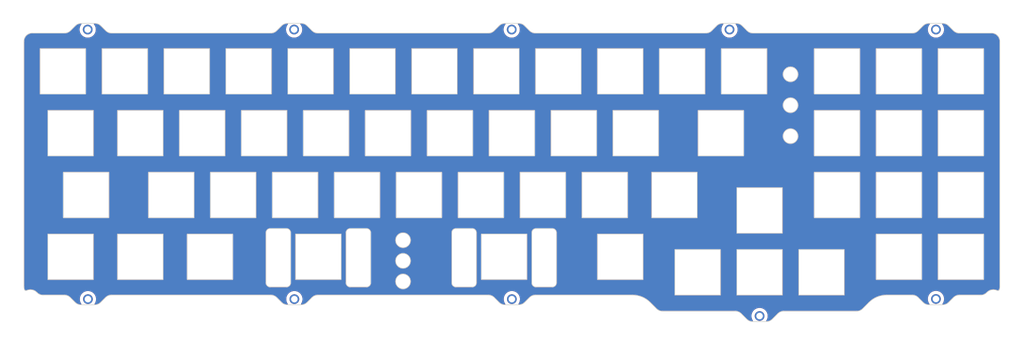
<source format=kicad_pcb>
(kicad_pcb (version 20221018) (generator pcbnew)
  (layers (0 "F.Cu" signal) (31 "B.Cu" signal) (34 "B.Paste" user) (35 "F.Paste" user) (36 "B.SilkS" user "B.Silkscreen") (37 "F.SilkS" user "F.Silkscreen") (38 "B.Mask" user) (39 "F.Mask" user) (44 "Edge.Cuts" user))
  (net 0 "")
  (gr_line (start 467.07951 217.883382) (end 467.07951 142.250058) (stroke (width 0.2)) (layer "Edge.Cuts"))
  (gr_line (start 193.789489 220.423382) (end 242.84279 220.423382) (stroke (width 0.2)) (layer "Edge.Cuts"))
  (gr_curve (pts (xy 188.73904 136.713806) (xy 189.41269 136.713806) (xy 190.05875 136.981412) (xy 190.535092 137.457756)) (stroke (width 0.2)) (layer "Edge.Cuts"))
  (gr_curve (pts (xy 184.493244 136.713806) (xy 184.493244 136.713806) (xy 188.73904 136.713806) (xy 188.73904 136.713806)) (stroke (width 0.2)) (layer "Edge.Cuts"))
  (gr_curve (pts (xy 182.697195 137.457756) (xy 183.173536 136.981413) (xy 183.819595 136.713806) (xy 184.493244 136.713806)) (stroke (width 0.2)) (layer "Edge.Cuts"))
  (gr_curve (pts (xy 179.39279 139.710058) (xy 180.066439 139.710058) (xy 180.712498 139.442451) (xy 181.188839 138.966108)) (stroke (width 0.2)) (layer "Edge.Cuts"))
  (gr_line (start 181.188839 138.966108) (end 182.697195 137.457756) (stroke (width 0.2)) (layer "Edge.Cuts"))
  (gr_curve (pts (xy 192.059553 138.971458) (xy 192.535452 139.444527) (xy 193.179214 139.710058) (xy 193.850239 139.710058)) (stroke (width 0.2)) (layer "Edge.Cuts"))
  (gr_curve (pts (xy 190.535092 137.457756) (xy 190.535092 137.457756) (xy 192.059553 138.971458) (xy 192.059553 138.971458)) (stroke (width 0.2)) (layer "Edge.Cuts"))
  (gr_line (start 400.179438 201.35375) (end 400.179438 187.353772) (stroke (width 0.2)) (layer "Edge.Cuts"))
  (gr_curve (pts (xy 181.138834 221.167311) (xy 180.66249 220.690977) (xy 180.016434 220.423379) (xy 179.34279 220.423382)) (stroke (width 0.2)) (layer "Edge.Cuts"))
  (gr_line (start 257.304084 196.590906) (end 257.304084 182.590558) (stroke (width 0.2)) (layer "Edge.Cuts"))
  (gr_line (start 352.554438 182.590558) (end 338.554099 182.590558) (stroke (width 0.2)) (layer "Edge.Cuts"))
  (gr_curve (pts (xy 403.833276 150.437531) (xy 403.125985 150.029177) (xy 402.254567 150.029177) (xy 401.547276 150.437531)) (stroke (width 0.2)) (layer "Edge.Cuts"))
  (gr_line (start 300.16729 158.490903) (end 300.16729 144.490915) (stroke (width 0.2)) (layer "Edge.Cuts"))
  (gr_line (start 314.454084 196.590906) (end 314.454084 182.590558) (stroke (width 0.2)) (layer "Edge.Cuts"))
  (gr_line (start 300.454099 196.590906) (end 314.454084 196.590906) (stroke (width 0.2)) (layer "Edge.Cuts"))
  (gr_line (start 214.729091 163.540915) (end 214.729091 177.540906) (stroke (width 0.2)) (layer "Edge.Cuts"))
  (gr_line (start 448.092305 196.590906) (end 462.09229 196.590906) (stroke (width 0.2)) (layer "Edge.Cuts"))
  (gr_line (start 429.042305 215.640906) (end 443.04229 215.640906) (stroke (width 0.2)) (layer "Edge.Cuts"))
  (gr_line (start 307.594898 201.629551) (end 307.594898 206.32961) (stroke (width 0.2)) (layer "Edge.Cuts"))
  (gr_line (start 188.248188 177.540906) (end 188.248188 163.540915) (stroke (width 0.2)) (layer "Edge.Cuts"))
  (gr_curve (pts (xy 266.346872 217.544692) (xy 266.108701 217.306521) (xy 265.974898 216.983491) (xy 265.974898 216.646666)) (stroke (width 0.2)) (layer "Edge.Cuts"))
  (gr_line (start 367.129099 220.40375) (end 381.129438 220.40375) (stroke (width 0.2)) (layer "Edge.Cuts"))
  (gr_line (start 462.09229 158.490903) (end 462.09229 144.490915) (stroke (width 0.2)) (layer "Edge.Cuts"))
  (gr_line (start 448.092305 177.540906) (end 462.09229 177.540906) (stroke (width 0.2)) (layer "Edge.Cuts"))
  (gr_line (start 320.899286 137.457756) (end 322.407641 138.966108) (stroke (width 0.2)) (layer "Edge.Cuts"))
  (gr_line (start 319.216938 144.490915) (end 305.21695 144.490915) (stroke (width 0.2)) (layer "Edge.Cuts"))
  (gr_line (start 193.850239 139.710058) (end 242.84279 139.710058) (stroke (width 0.2)) (layer "Edge.Cuts"))
  (gr_line (start 409.992305 163.540915) (end 409.992305 177.540906) (stroke (width 0.2)) (layer "Edge.Cuts"))
  (gr_curve (pts (xy 401.547276 169.487531) (xy 400.839985 169.895886) (xy 400.404276 170.650556) (xy 400.404276 171.467266)) (stroke (width 0.2)) (layer "Edge.Cuts"))
  (gr_line (start 247.654793 217.916666) (end 242.619598 217.916666) (stroke (width 0.2)) (layer "Edge.Cuts"))
  (gr_line (start 429.042305 196.590906) (end 443.04229 196.590906) (stroke (width 0.2)) (layer "Edge.Cuts"))
  (gr_line (start 255.493445 221.167311) (end 253.985092 222.675674) (stroke (width 0.2)) (layer "Edge.Cuts"))
  (gr_curve (pts (xy 403.833276 159.962531) (xy 403.125985 159.554177) (xy 402.254567 159.554177) (xy 401.547276 159.962531)) (stroke (width 0.2)) (layer "Edge.Cuts"))
  (gr_curve (pts (xy 313.061389 137.457756) (xy 313.537731 136.981412) (xy 314.183791 136.713806) (xy 314.857441 136.713806)) (stroke (width 0.2)) (layer "Edge.Cuts"))
  (gr_line (start 429.042305 182.590558) (end 429.042305 196.590906) (stroke (width 0.2)) (layer "Edge.Cuts"))
  (gr_line (start 381.417305 158.490903) (end 395.41729 158.490903) (stroke (width 0.2)) (layer "Edge.Cuts"))
  (gr_line (start 404.976276 171.467266) (end 404.976276 171.467266) (stroke (width 0.2)) (layer "Edge.Cuts"))
  (gr_line (start 419.229438 220.40375) (end 419.229438 206.403772) (stroke (width 0.2)) (layer "Edge.Cuts"))
  (gr_curve (pts (xy 379.975561 137.457756) (xy 380.451903 136.981413) (xy 381.097962 136.713806) (xy 381.771611 136.713806)) (stroke (width 0.2)) (layer "Edge.Cuts"))
  (gr_curve (pts (xy 167.717262 219.017359) (xy 167.587313 219.077524) (xy 167.438006 219.080047) (xy 167.306097 219.024308)) (stroke (width 0.2)) (layer "Edge.Cuts"))
  (gr_line (start 348.079099 163.540915) (end 348.079099 177.540906) (stroke (width 0.2)) (layer "Edge.Cuts"))
  (gr_curve (pts (xy 451.313459 137.457756) (xy 451.313459 137.457756) (xy 452.821811 138.966108) (xy 452.821811 138.966108)) (stroke (width 0.2)) (layer "Edge.Cuts"))
  (gr_line (start 321.594886 201.629551) (end 307.594898 201.629551) (stroke (width 0.2)) (layer "Edge.Cuts"))
  (gr_line (start 193.010344 196.590906) (end 193.010344 182.590558) (stroke (width 0.2)) (layer "Edge.Cuts"))
  (gr_line (start 242.619598 199.925) (end 247.654793 199.925) (stroke (width 0.2)) (layer "Edge.Cuts"))
  (gr_curve (pts (xy 273.177767 217.544692) (xy 272.939596 217.782863) (xy 272.616566 217.916666) (xy 272.279741 217.916666)) (stroke (width 0.2)) (layer "Edge.Cuts"))
  (gr_curve (pts (xy 285.792097 216.224709) (xy 285.792097 215.408) (xy 285.356388 214.653329) (xy 284.649097 214.244975)) (stroke (width 0.2)) (layer "Edge.Cuts"))
  (gr_line (start 314.857441 136.713806) (end 319.103236 136.713806) (stroke (width 0.2)) (layer "Edge.Cuts"))
  (gr_line (start 359.984997 182.590558) (end 359.984997 196.590906) (stroke (width 0.2)) (layer "Edge.Cuts"))
  (gr_curve (pts (xy 452.821811 138.966108) (xy 453.298154 139.442451) (xy 453.944213 139.710058) (xy 454.617864 139.710058)) (stroke (width 0.2)) (layer "Edge.Cuts"))
  (gr_line (start 191.993445 221.167311) (end 190.485082 222.675674) (stroke (width 0.2)) (layer "Edge.Cuts"))
  (gr_curve (pts (xy 247.654793 199.925) (xy 247.991618 199.925) (xy 248.314647 200.058803) (xy 248.552819 200.296974)) (stroke (width 0.2)) (layer "Edge.Cuts"))
  (gr_line (start 462.09229 182.590558) (end 448.092305 182.590558) (stroke (width 0.2)) (layer "Edge.Cuts"))
  (gr_line (start 374.2732 177.540906) (end 388.273188 177.540906) (stroke (width 0.2)) (layer "Edge.Cuts"))
  (gr_line (start 388.273188 177.540906) (end 388.273188 163.540915) (stroke (width 0.2)) (layer "Edge.Cuts"))
  (gr_curve (pts (xy 404.976276 171.467266) (xy 404.976276 170.650556) (xy 404.540567 169.895886) (xy 403.833276 169.487531)) (stroke (width 0.2)) (layer "Edge.Cuts"))
  (gr_line (start 209.966961 158.490903) (end 223.966938 158.490903) (stroke (width 0.2)) (layer "Edge.Cuts"))
  (gr_line (start 262.354099 182.590558) (end 262.354099 196.590906) (stroke (width 0.2)) (layer "Edge.Cuts"))
  (gr_curve (pts (xy 401.547276 173.447) (xy 402.254567 173.855354) (xy 403.125985 173.855354) (xy 403.833276 173.447)) (stroke (width 0.2)) (layer "Edge.Cuts"))
  (gr_line (start 389.236954 227.849469) (end 387.521258 226.133778) (stroke (width 0.2)) (layer "Edge.Cuts"))
  (gr_line (start 262.354099 196.590906) (end 276.354084 196.590906) (stroke (width 0.2)) (layer "Edge.Cuts"))
  (gr_curve (pts (xy 273.177767 200.296974) (xy 273.415938 200.535145) (xy 273.549741 200.858175) (xy 273.549741 201.195)) (stroke (width 0.2)) (layer "Edge.Cuts"))
  (gr_line (start 400.179438 187.353772) (end 386.179099 187.353772) (stroke (width 0.2)) (layer "Edge.Cuts"))
  (gr_curve (pts (xy 244.638839 221.167311) (xy 244.162494 220.690976) (xy 243.516436 220.423377) (xy 242.84279 220.423382)) (stroke (width 0.2)) (layer "Edge.Cuts"))
  (gr_line (start 461.220665 220.423382) (end 454.617864 220.423382) (stroke (width 0.2)) (layer "Edge.Cuts"))
  (gr_line (start 381.129438 220.40375) (end 381.129438 206.403772) (stroke (width 0.2)) (layer "Edge.Cuts"))
  (gr_curve (pts (xy 323.119802 201.195) (xy 323.119802 200.858175) (xy 323.253605 200.535145) (xy 323.491776 200.296974)) (stroke (width 0.2)) (layer "Edge.Cuts"))
  (gr_line (start 188.248188 163.540915) (end 174.248211 163.540915) (stroke (width 0.2)) (layer "Edge.Cuts"))
  (gr_line (start 333.504438 196.590906) (end 333.504438 182.590558) (stroke (width 0.2)) (layer "Edge.Cuts"))
  (gr_line (start 174.248211 163.540915) (end 174.248211 177.540906) (stroke (width 0.2)) (layer "Edge.Cuts"))
  (gr_line (start 281.116232 158.490903) (end 281.116232 144.490915) (stroke (width 0.2)) (layer "Edge.Cuts"))
  (gr_line (start 171.866961 158.490903) (end 185.866938 158.490903) (stroke (width 0.2)) (layer "Edge.Cuts"))
  (gr_line (start 362.079438 177.540906) (end 362.079438 163.540915) (stroke (width 0.2)) (layer "Edge.Cuts"))
  (gr_line (start 324.267305 144.490915) (end 324.267305 158.490903) (stroke (width 0.2)) (layer "Edge.Cuts"))
  (gr_curve (pts (xy 306.0697 201.195) (xy 306.0697 201.195) (xy 306.0697 216.646666) (xy 306.0697 216.646666)) (stroke (width 0.2)) (layer "Edge.Cuts"))
  (gr_curve (pts (xy 464.53951 139.710058) (xy 465.942313 139.710058) (xy 467.07951 140.847255) (xy 467.07951 142.250058)) (stroke (width 0.2)) (layer "Edge.Cuts"))
  (gr_curve (pts (xy 449.517406 136.713806) (xy 450.191057 136.713806) (xy 450.837116 136.981412) (xy 451.313459 137.457756)) (stroke (width 0.2)) (layer "Edge.Cuts"))
  (gr_line (start 281.404099 182.590558) (end 281.404099 196.590906) (stroke (width 0.2)) (layer "Edge.Cuts"))
  (gr_line (start 267.244898 199.925) (end 272.279741 199.925) (stroke (width 0.2)) (layer "Edge.Cuts"))
  (gr_line (start 409.992305 177.540906) (end 423.991232 177.540906) (stroke (width 0.2)) (layer "Edge.Cuts"))
  (gr_line (start 309.979099 163.540915) (end 309.979099 177.540906) (stroke (width 0.2)) (layer "Edge.Cuts"))
  (gr_curve (pts (xy 323.491776 200.296974) (xy 323.729947 200.058803) (xy 324.052977 199.925) (xy 324.389802 199.925)) (stroke (width 0.2)) (layer "Edge.Cuts"))
  (gr_line (start 449.517406 223.419629) (end 445.271611 223.419629) (stroke (width 0.2)) (layer "Edge.Cuts"))
  (gr_line (start 285.792097 203.524709) (end 285.792097 203.524709) (stroke (width 0.2)) (layer "Edge.Cuts"))
  (gr_curve (pts (xy 309.756983 139.710058) (xy 310.430633 139.710058) (xy 311.076691 139.442451) (xy 311.553033 138.966108)) (stroke (width 0.2)) (layer "Edge.Cuts"))
  (gr_line (start 167.024504 218.724624) (end 167.024504 218.724624) (stroke (width 0.2)) (layer "Edge.Cuts"))
  (gr_line (start 323.979438 177.540906) (end 323.979438 163.540915) (stroke (width 0.2)) (layer "Edge.Cuts"))
  (gr_line (start 231.110334 215.640906) (end 231.110334 201.640558) (stroke (width 0.2)) (layer "Edge.Cuts"))
  (gr_line (start 309.756983 220.423382) (end 257.289497 220.423382) (stroke (width 0.2)) (layer "Edge.Cuts"))
  (gr_curve (pts (xy 397.074852 227.849469) (xy 396.59851 228.325814) (xy 395.952451 228.593423) (xy 395.278799 228.593424)) (stroke (width 0.2)) (layer "Edge.Cuts"))
  (gr_curve (pts (xy 242.84279 139.710058) (xy 243.516439 139.710058) (xy 244.162498 139.442451) (xy 244.638839 138.966108)) (stroke (width 0.2)) (layer "Edge.Cuts"))
  (gr_curve (pts (xy 246.147195 222.675674) (xy 246.147195 222.675674) (xy 244.638839 221.167311) (xy 244.638839 221.167311)) (stroke (width 0.2)) (layer "Edge.Cuts"))
  (gr_line (start 405.229099 220.40375) (end 419.229438 220.40375) (stroke (width 0.2)) (layer "Edge.Cuts"))
  (gr_line (start 195.679091 215.640906) (end 209.679094 215.640906) (stroke (width 0.2)) (layer "Edge.Cuts"))
  (gr_line (start 429.042305 158.490903) (end 443.04229 158.490903) (stroke (width 0.2)) (layer "Edge.Cuts"))
  (gr_curve (pts (xy 282.363097 205.504443) (xy 283.070388 205.912798) (xy 283.941806 205.912798) (xy 284.649097 205.504443)) (stroke (width 0.2)) (layer "Edge.Cuts"))
  (gr_line (start 409.992305 144.490915) (end 409.992305 158.490903) (stroke (width 0.2)) (layer "Edge.Cuts"))
  (gr_line (start 209.966961 144.490915) (end 209.966961 158.490903) (stroke (width 0.2)) (layer "Edge.Cuts"))
  (gr_curve (pts (xy 167.024504 218.724624) (xy 166.929619 218.454381) (xy 166.881152 218.169953) (xy 166.881153 217.9)) (stroke (width 0.2)) (layer "Edge.Cuts"))
  (gr_curve (pts (xy 391.033004 228.593424) (xy 390.359354 228.593422) (xy 389.713295 228.325813) (xy 389.236954 227.849469)) (stroke (width 0.2)) (layer "Edge.Cuts"))
  (gr_line (start 271.879099 163.540915) (end 271.879099 177.540906) (stroke (width 0.2)) (layer "Edge.Cuts"))
  (gr_line (start 361.499297 224.645894) (end 359.508625 222.655222) (stroke (width 0.2)) (layer "Edge.Cuts"))
  (gr_curve (pts (xy 400.5866 225.389849) (xy 399.912953 225.389843) (xy 399.266894 225.657443) (xy 398.790548 226.133778)) (stroke (width 0.2)) (layer "Edge.Cuts"))
  (gr_curve (pts (xy 466.654553 219.024313) (xy 466.522642 219.080053) (xy 466.373332 219.077528) (xy 466.243381 219.017359)) (stroke (width 0.2)) (layer "Edge.Cuts"))
  (gr_line (start 319.103236 223.419629) (end 314.857441 223.419629) (stroke (width 0.2)) (layer "Edge.Cuts"))
  (gr_line (start 324.267305 158.490903) (end 338.26729 158.490903) (stroke (width 0.2)) (layer "Edge.Cuts"))
  (gr_curve (pts (xy 282.363097 218.204443) (xy 283.070388 218.612798) (xy 283.941806 218.612798) (xy 284.649097 218.204443)) (stroke (width 0.2)) (layer "Edge.Cuts"))
  (gr_line (start 338.26729 158.490903) (end 338.26729 144.490915) (stroke (width 0.2)) (layer "Edge.Cuts"))
  (gr_line (start 400.179438 206.403772) (end 386.179099 206.403772) (stroke (width 0.2)) (layer "Edge.Cuts"))
  (gr_curve (pts (xy 445.271611 223.419629) (xy 444.597961 223.419627) (xy 443.951902 223.152018) (xy 443.475561 222.675674)) (stroke (width 0.2)) (layer "Edge.Cuts"))
  (gr_line (start 443.04229 201.640558) (end 429.042305 201.640558) (stroke (width 0.2)) (layer "Edge.Cuts"))
  (gr_curve (pts (xy 463.06653 219.628177) (xy 462.586745 220.13576) (xy 461.919116 220.423376) (xy 461.220665 220.423382)) (stroke (width 0.2)) (layer "Edge.Cuts"))
  (gr_curve (pts (xy 324.389802 217.916666) (xy 324.052977 217.916666) (xy 323.729947 217.782863) (xy 323.491776 217.544692)) (stroke (width 0.2)) (layer "Edge.Cuts"))
  (gr_curve (pts (xy 298.866828 200.296973) (xy 299.105001 200.058802) (xy 299.428031 199.924999) (xy 299.764856 199.925)) (stroke (width 0.2)) (layer "Edge.Cuts"))
  (gr_curve (pts (xy 401.547276 163.922) (xy 402.254567 164.330354) (xy 403.125985 164.330354) (xy 403.833276 163.922)) (stroke (width 0.2)) (layer "Edge.Cuts"))
  (gr_line (start 313.061389 222.675674) (end 311.553033 221.167311) (stroke (width 0.2)) (layer "Edge.Cuts"))
  (gr_curve (pts (xy 304.7997 199.925) (xy 305.136525 199.925) (xy 305.459554 200.058803) (xy 305.697725 200.296974)) (stroke (width 0.2)) (layer "Edge.Cuts"))
  (gr_line (start 338.554099 196.590906) (end 352.554438 196.590906) (stroke (width 0.2)) (layer "Edge.Cuts"))
  (gr_line (start 295.404084 182.590558) (end 281.404099 182.590558) (stroke (width 0.2)) (layer "Edge.Cuts"))
  (gr_line (start 223.966938 158.490903) (end 223.966938 144.490915) (stroke (width 0.2)) (layer "Edge.Cuts"))
  (gr_curve (pts (xy 257.289497 220.423382) (xy 256.61585 220.423376) (xy 255.969791 220.690976) (xy 255.493445 221.167311)) (stroke (width 0.2)) (layer "Edge.Cuts"))
  (gr_curve (pts (xy 359.508625 222.655222) (xy 358.079597 221.226197) (xy 356.141421 220.423381) (xy 354.120473 220.423382)) (stroke (width 0.2)) (layer "Edge.Cuts"))
  (gr_line (start 171.866961 144.490915) (end 171.866961 158.490903) (stroke (width 0.2)) (layer "Edge.Cuts"))
  (gr_line (start 307.594898 206.32961) (end 307.594898 215.629555) (stroke (width 0.2)) (layer "Edge.Cuts"))
  (gr_curve (pts (xy 248.552819 217.544692) (xy 248.314647 217.782863) (xy 247.991618 217.916666) (xy 247.654793 217.916666)) (stroke (width 0.2)) (layer "Edge.Cuts"))
  (gr_line (start 174.248211 201.640558) (end 174.248211 215.640906) (stroke (width 0.2)) (layer "Edge.Cuts"))
  (gr_line (start 185.866938 158.490903) (end 185.866938 144.490915) (stroke (width 0.2)) (layer "Edge.Cuts"))
  (gr_line (start 243.304099 182.590558) (end 243.304099 196.590906) (stroke (width 0.2)) (layer "Edge.Cuts"))
  (gr_line (start 319.504099 182.590558) (end 319.504099 196.590906) (stroke (width 0.2)) (layer "Edge.Cuts"))
  (gr_line (start 290.929099 177.540906) (end 304.929084 177.540906) (stroke (width 0.2)) (layer "Edge.Cuts"))
  (gr_line (start 329.425 217.916666) (end 324.389802 217.916666) (stroke (width 0.2)) (layer "Edge.Cuts"))
  (gr_line (start 205.204091 182.590558) (end 205.204091 196.590906) (stroke (width 0.2)) (layer "Edge.Cuts"))
  (gr_line (start 385.725206 225.389849) (end 363.295347 225.389849) (stroke (width 0.2)) (layer "Edge.Cuts"))
  (gr_line (start 343.317305 144.490915) (end 343.317305 158.490903) (stroke (width 0.2)) (layer "Edge.Cuts"))
  (gr_curve (pts (xy 387.813459 137.457756) (xy 387.813459 137.457756) (xy 389.321811 138.966108) (xy 389.321811 138.966108)) (stroke (width 0.2)) (layer "Edge.Cuts"))
  (gr_line (start 381.417305 144.490915) (end 381.417305 158.490903) (stroke (width 0.2)) (layer "Edge.Cuts"))
  (gr_line (start 188.248188 201.640558) (end 174.248211 201.640558) (stroke (width 0.2)) (layer "Edge.Cuts"))
  (gr_line (start 352.554438 196.590906) (end 352.554438 182.590558) (stroke (width 0.2)) (layer "Edge.Cuts"))
  (gr_curve (pts (xy 311.553033 138.966108) (xy 311.553033 138.966108) (xy 313.061389 137.457756) (xy 313.061389 137.457756)) (stroke (width 0.2)) (layer "Edge.Cuts"))
  (gr_curve (pts (xy 376.671156 139.710058) (xy 377.344806 139.710058) (xy 377.990864 139.442451) (xy 378.467206 138.966108)) (stroke (width 0.2)) (layer "Edge.Cuts"))
  (gr_curve (pts (xy 193.789489 220.423382) (xy 193.115845 220.423379) (xy 192.469789 220.690977) (xy 191.993445 221.167311)) (stroke (width 0.2)) (layer "Edge.Cuts"))
  (gr_curve (pts (xy 404.976276 161.942267) (xy 404.976276 161.125556) (xy 404.540567 160.370886) (xy 403.833276 159.962531)) (stroke (width 0.2)) (layer "Edge.Cuts"))
  (gr_line (start 299.764856 199.925) (end 304.7997 199.925) (stroke (width 0.2)) (layer "Edge.Cuts"))
  (gr_curve (pts (xy 298.866828 217.544693) (xy 298.628657 217.306522) (xy 298.494854 216.983492) (xy 298.494854 216.646666)) (stroke (width 0.2)) (layer "Edge.Cuts"))
  (gr_curve (pts (xy 266.346872 200.296974) (xy 266.585043 200.058803) (xy 266.908073 199.925) (xy 267.244898 199.925)) (stroke (width 0.2)) (layer "Edge.Cuts"))
  (gr_curve (pts (xy 255.509553 138.971458) (xy 255.985452 139.444527) (xy 256.629214 139.710058) (xy 257.300239 139.710058)) (stroke (width 0.2)) (layer "Edge.Cuts"))
  (gr_line (start 381.129438 206.403772) (end 367.129099 206.403772) (stroke (width 0.2)) (layer "Edge.Cuts"))
  (gr_line (start 443.04229 144.490915) (end 429.042305 144.490915) (stroke (width 0.2)) (layer "Edge.Cuts"))
  (gr_curve (pts (xy 285.792097 203.524709) (xy 285.792097 202.708) (xy 285.356388 201.953329) (xy 284.649097 201.544975)) (stroke (width 0.2)) (layer "Edge.Cuts"))
  (gr_curve (pts (xy 190.485082 222.675674) (xy 190.008742 223.152017) (xy 189.362686 223.419626) (xy 188.689037 223.419629)) (stroke (width 0.2)) (layer "Edge.Cuts"))
  (gr_line (start 285.792097 216.224709) (end 285.792097 216.224709) (stroke (width 0.2)) (layer "Edge.Cuts"))
  (gr_line (start 388.273188 163.540915) (end 374.2732 163.540915) (stroke (width 0.2)) (layer "Edge.Cuts"))
  (gr_line (start 166.881153 217.9) (end 166.881153 142.250132) (stroke (width 0.2)) (layer "Edge.Cuts"))
  (gr_curve (pts (xy 282.363097 214.244975) (xy 281.655806 214.653329) (xy 281.220097 215.408) (xy 281.220097 216.224709)) (stroke (width 0.2)) (layer "Edge.Cuts"))
  (gr_line (start 286.166247 144.490915) (end 286.166247 158.490903) (stroke (width 0.2)) (layer "Edge.Cuts"))
  (gr_line (start 174.248211 215.640906) (end 188.248188 215.640906) (stroke (width 0.2)) (layer "Edge.Cuts"))
  (gr_curve (pts (xy 170.894115 219.628177) (xy 170.07641 218.76312) (xy 168.797456 218.517214) (xy 167.717262 219.017359)) (stroke (width 0.2)) (layer "Edge.Cuts"))
  (gr_curve (pts (xy 298.494854 201.195) (xy 298.494854 200.858174) (xy 298.628657 200.535144) (xy 298.866828 200.296973)) (stroke (width 0.2)) (layer "Edge.Cuts"))
  (gr_line (start 359.984997 196.590906) (end 373.985334 196.590906) (stroke (width 0.2)) (layer "Edge.Cuts"))
  (gr_curve (pts (xy 432.238063 220.423382) (xy 430.217116 220.423381) (xy 428.27894 221.226197) (xy 426.849911 222.655222)) (stroke (width 0.2)) (layer "Edge.Cuts"))
  (gr_curve (pts (xy 184.443242 223.419629) (xy 183.769593 223.419626) (xy 183.123537 223.152017) (xy 182.647197 222.675674)) (stroke (width 0.2)) (layer "Edge.Cuts"))
  (gr_curve (pts (xy 285.792097 209.874709) (xy 285.792097 209.058) (xy 285.356388 208.303329) (xy 284.649097 207.894975)) (stroke (width 0.2)) (layer "Edge.Cuts"))
  (gr_curve (pts (xy 284.649097 214.244975) (xy 283.941806 213.83662) (xy 283.070388 213.83662) (xy 282.363097 214.244975)) (stroke (width 0.2)) (layer "Edge.Cuts"))
  (gr_line (start 443.04229 177.540906) (end 443.04229 163.540915) (stroke (width 0.2)) (layer "Edge.Cuts"))
  (gr_line (start 304.929084 163.540915) (end 290.929099 163.540915) (stroke (width 0.2)) (layer "Edge.Cuts"))
  (gr_line (start 273.549741 201.195) (end 273.549741 216.646666) (stroke (width 0.2)) (layer "Edge.Cuts"))
  (gr_line (start 386.179099 187.353772) (end 386.179099 201.35375) (stroke (width 0.2)) (layer "Edge.Cuts"))
  (gr_curve (pts (xy 248.552819 200.296974) (xy 248.79099 200.535145) (xy 248.924793 200.858175) (xy 248.924793 201.195)) (stroke (width 0.2)) (layer "Edge.Cuts"))
  (gr_line (start 241.349598 216.646666) (end 241.349598 201.195) (stroke (width 0.2)) (layer "Edge.Cuts"))
  (gr_line (start 373.985334 182.590558) (end 359.984997 182.590558) (stroke (width 0.2)) (layer "Edge.Cuts"))
  (gr_curve (pts (xy 404.976276 152.417266) (xy 404.976276 151.600556) (xy 404.540567 150.845886) (xy 403.833276 150.437531)) (stroke (width 0.2)) (layer "Edge.Cuts"))
  (gr_line (start 314.454084 182.590558) (end 300.454099 182.590558) (stroke (width 0.2)) (layer "Edge.Cuts"))
  (gr_curve (pts (xy 424.85924 224.645894) (xy 424.382897 225.122239) (xy 423.736839 225.389848) (xy 423.063187 225.389849)) (stroke (width 0.2)) (layer "Edge.Cuts"))
  (gr_curve (pts (xy 319.103236 136.713806) (xy 319.776886 136.713806) (xy 320.422944 136.981413) (xy 320.899286 137.457756)) (stroke (width 0.2)) (layer "Edge.Cuts"))
  (gr_line (start 324.389802 199.925) (end 329.425 199.925) (stroke (width 0.2)) (layer "Edge.Cuts"))
  (gr_line (start 188.248188 215.640906) (end 188.248188 201.640558) (stroke (width 0.2)) (layer "Edge.Cuts"))
  (gr_curve (pts (xy 282.363097 201.544975) (xy 281.655806 201.953329) (xy 281.220097 202.708) (xy 281.220097 203.524709)) (stroke (width 0.2)) (layer "Edge.Cuts"))
  (gr_line (start 219.204094 196.590906) (end 219.204094 182.590558) (stroke (width 0.2)) (layer "Edge.Cuts"))
  (gr_line (start 223.966938 144.490915) (end 209.966961 144.490915) (stroke (width 0.2)) (layer "Edge.Cuts"))
  (gr_line (start 409.992305 196.590906) (end 423.991232 196.590906) (stroke (width 0.2)) (layer "Edge.Cuts"))
  (gr_line (start 182.647197 222.675674) (end 181.138834 221.167311) (stroke (width 0.2)) (layer "Edge.Cuts"))
  (gr_line (start 219.204094 182.590558) (end 205.204091 182.590558) (stroke (width 0.2)) (layer "Edge.Cuts"))
  (gr_line (start 324.203691 139.710058) (end 376.671156 139.710058) (stroke (width 0.2)) (layer "Edge.Cuts"))
  (gr_curve (pts (xy 166.881153 142.250132) (xy 166.881153 141.576483) (xy 167.148759 140.930424) (xy 167.625101 140.454081)) (stroke (width 0.2)) (layer "Edge.Cuts"))
  (gr_curve (pts (xy 172.73998 220.423382) (xy 172.041529 220.423376) (xy 171.3739 220.13576) (xy 170.894115 219.628177)) (stroke (width 0.2)) (layer "Edge.Cuts"))
  (gr_curve (pts (xy 305.697725 217.544692) (xy 305.459554 217.782863) (xy 305.136525 217.916666) (xy 304.7997 217.916666)) (stroke (width 0.2)) (layer "Edge.Cuts"))
  (gr_line (start 264.449696 215.629555) (end 264.449696 206.32961) (stroke (width 0.2)) (layer "Edge.Cuts"))
  (gr_line (start 262.066938 158.490903) (end 262.066938 144.490915) (stroke (width 0.2)) (layer "Edge.Cuts"))
  (gr_line (start 423.991232 196.590906) (end 423.991232 182.590558) (stroke (width 0.2)) (layer "Edge.Cuts"))
  (gr_line (start 305.21695 158.490903) (end 319.216938 158.490903) (stroke (width 0.2)) (layer "Edge.Cuts"))
  (gr_line (start 405.229099 206.403772) (end 405.229099 220.40375) (stroke (width 0.2)) (layer "Edge.Cuts"))
  (gr_line (start 343.317305 158.490903) (end 357.31729 158.490903) (stroke (width 0.2)) (layer "Edge.Cuts"))
  (gr_line (start 330.695 201.195) (end 330.695 216.646666) (stroke (width 0.2)) (layer "Edge.Cuts"))
  (gr_line (start 323.979438 163.540915) (end 309.979099 163.540915) (stroke (width 0.2)) (layer "Edge.Cuts"))
  (gr_line (start 285.792097 209.874709) (end 285.792097 209.874709) (stroke (width 0.2)) (layer "Edge.Cuts"))
  (gr_curve (pts (xy 267.244898 217.916666) (xy 266.908073 217.916666) (xy 266.585043 217.782863) (xy 266.346872 217.544692)) (stroke (width 0.2)) (layer "Edge.Cuts"))
  (gr_curve (pts (xy 329.425 199.925) (xy 330.126401 199.925) (xy 330.695 200.493598) (xy 330.695 201.195)) (stroke (width 0.2)) (layer "Edge.Cuts"))
  (gr_line (start 243.016938 144.490915) (end 229.01695 144.490915) (stroke (width 0.2)) (layer "Edge.Cuts"))
  (gr_curve (pts (xy 320.899286 222.675674) (xy 320.422945 223.152018) (xy 319.776887 223.419627) (xy 319.103236 223.419629)) (stroke (width 0.2)) (layer "Edge.Cuts"))
  (gr_line (start 247.779084 177.540906) (end 247.779084 163.540915) (stroke (width 0.2)) (layer "Edge.Cuts"))
  (gr_line (start 409.992305 158.490903) (end 423.991232 158.490903) (stroke (width 0.2)) (layer "Edge.Cuts"))
  (gr_curve (pts (xy 241.349598 201.195) (xy 241.349598 200.493598) (xy 241.918196 199.925) (xy 242.619598 199.925)) (stroke (width 0.2)) (layer "Edge.Cuts"))
  (gr_line (start 174.248211 177.540906) (end 188.248188 177.540906) (stroke (width 0.2)) (layer "Edge.Cuts"))
  (gr_curve (pts (xy 246.147195 137.457756) (xy 246.623536 136.981413) (xy 247.269595 136.713806) (xy 247.943244 136.713806)) (stroke (width 0.2)) (layer "Edge.Cuts"))
  (gr_line (start 300.454099 182.590558) (end 300.454099 196.590906) (stroke (width 0.2)) (layer "Edge.Cuts"))
  (gr_line (start 209.679094 215.640906) (end 209.679094 201.640558) (stroke (width 0.2)) (layer "Edge.Cuts"))
  (gr_curve (pts (xy 299.764856 217.916666) (xy 299.428031 217.916667) (xy 299.105001 217.782864) (xy 298.866828 217.544693)) (stroke (width 0.2)) (layer "Edge.Cuts"))
  (gr_curve (pts (xy 445.271611 136.713806) (xy 445.271611 136.713806) (xy 449.517406 136.713806) (xy 449.517406 136.713806)) (stroke (width 0.2)) (layer "Edge.Cuts"))
  (gr_curve (pts (xy 167.625101 140.454081) (xy 168.101444 139.977739) (xy 168.747503 139.710132) (xy 169.421153 139.710132)) (stroke (width 0.2)) (layer "Edge.Cuts"))
  (gr_line (start 357.31729 215.640906) (end 357.31729 201.640558) (stroke (width 0.2)) (layer "Edge.Cuts"))
  (gr_line (start 338.26729 144.490915) (end 324.267305 144.490915) (stroke (width 0.2)) (layer "Edge.Cuts"))
  (gr_line (start 204.916938 144.490915) (end 190.916961 144.490915) (stroke (width 0.2)) (layer "Edge.Cuts"))
  (gr_line (start 343.029438 177.540906) (end 343.029438 163.540915) (stroke (width 0.2)) (layer "Edge.Cuts"))
  (gr_line (start 205.204091 196.590906) (end 219.204094 196.590906) (stroke (width 0.2)) (layer "Edge.Cuts"))
  (gr_line (start 195.679091 201.640558) (end 195.679091 215.640906) (stroke (width 0.2)) (layer "Edge.Cuts"))
  (gr_curve (pts (xy 253.985092 137.457756) (xy 253.985092 137.457756) (xy 255.509553 138.971458) (xy 255.509553 138.971458)) (stroke (width 0.2)) (layer "Edge.Cuts"))
  (gr_line (start 285.879084 177.540906) (end 285.879084 163.540915) (stroke (width 0.2)) (layer "Edge.Cuts"))
  (gr_curve (pts (xy 284.649097 207.894975) (xy 283.941806 207.48662) (xy 283.070388 207.48662) (xy 282.363097 207.894975)) (stroke (width 0.2)) (layer "Edge.Cuts"))
  (gr_line (start 348.079099 177.540906) (end 362.079438 177.540906) (stroke (width 0.2)) (layer "Edge.Cuts"))
  (gr_line (start 357.31729 144.490915) (end 343.317305 144.490915) (stroke (width 0.2)) (layer "Edge.Cuts"))
  (gr_line (start 276.354084 196.590906) (end 276.354084 182.590558) (stroke (width 0.2)) (layer "Edge.Cuts"))
  (gr_curve (pts (xy 401.547276 150.437531) (xy 400.839985 150.845886) (xy 400.404276 151.600556) (xy 400.404276 152.417266)) (stroke (width 0.2)) (layer "Edge.Cuts"))
  (gr_curve (pts (xy 284.649097 205.504443) (xy 285.356388 205.096088) (xy 285.792097 204.341418) (xy 285.792097 203.524709)) (stroke (width 0.2)) (layer "Edge.Cuts"))
  (gr_line (start 462.09229 163.540915) (end 448.092305 163.540915) (stroke (width 0.2)) (layer "Edge.Cuts"))
  (gr_line (start 462.09229 177.540906) (end 462.09229 163.540915) (stroke (width 0.2)) (layer "Edge.Cuts"))
  (gr_line (start 267.116247 144.490915) (end 267.116247 158.490903) (stroke (width 0.2)) (layer "Edge.Cuts"))
  (gr_line (start 454.617864 139.710058) (end 464.53951 139.710058) (stroke (width 0.2)) (layer "Edge.Cuts"))
  (gr_line (start 443.04229 196.590906) (end 443.04229 182.590558) (stroke (width 0.2)) (layer "Edge.Cuts"))
  (gr_line (start 217.110341 201.640558) (end 217.110341 215.640906) (stroke (width 0.2)) (layer "Edge.Cuts"))
  (gr_line (start 362.367305 144.490915) (end 362.367305 158.490903) (stroke (width 0.2)) (layer "Edge.Cuts"))
  (gr_line (start 398.790548 226.133778) (end 397.074852 227.849469) (stroke (width 0.2)) (layer "Edge.Cuts"))
  (gr_line (start 179.34279 220.423382) (end 172.73998 220.423382) (stroke (width 0.2)) (layer "Edge.Cuts"))
  (gr_line (start 423.991232 163.540915) (end 409.992305 163.540915) (stroke (width 0.2)) (layer "Edge.Cuts"))
  (gr_curve (pts (xy 272.279741 199.925) (xy 272.616566 199.925) (xy 272.939596 200.058803) (xy 273.177767 200.296974)) (stroke (width 0.2)) (layer "Edge.Cuts"))
  (gr_curve (pts (xy 466.936151 218.724624) (xy 466.888722 218.859746) (xy 466.786464 218.968573) (xy 466.654553 219.024313)) (stroke (width 0.2)) (layer "Edge.Cuts"))
  (gr_line (start 272.279741 217.916666) (end 267.244898 217.916666) (stroke (width 0.2)) (layer "Edge.Cuts"))
  (gr_curve (pts (xy 466.243381 219.017359) (xy 465.163188 218.517214) (xy 463.884235 218.76312) (xy 463.06653 219.628177)) (stroke (width 0.2)) (layer "Edge.Cuts"))
  (gr_line (start 252.829099 177.540906) (end 266.829084 177.540906) (stroke (width 0.2)) (layer "Edge.Cuts"))
  (gr_curve (pts (xy 401.547276 154.397) (xy 402.254567 154.805354) (xy 403.125985 154.805354) (xy 403.833276 154.397)) (stroke (width 0.2)) (layer "Edge.Cuts"))
  (gr_line (start 217.110341 215.640906) (end 231.110334 215.640906) (stroke (width 0.2)) (layer "Edge.Cuts"))
  (gr_line (start 305.21695 144.490915) (end 305.21695 158.490903) (stroke (width 0.2)) (layer "Edge.Cuts"))
  (gr_line (start 429.042305 177.540906) (end 443.04229 177.540906) (stroke (width 0.2)) (layer "Edge.Cuts"))
  (gr_line (start 448.092305 201.640558) (end 448.092305 215.640906) (stroke (width 0.2)) (layer "Edge.Cuts"))
  (gr_curve (pts (xy 282.363097 207.894975) (xy 281.655806 208.303329) (xy 281.220097 209.058) (xy 281.220097 209.874709)) (stroke (width 0.2)) (layer "Edge.Cuts"))
  (gr_curve (pts (xy 247.943244 223.419629) (xy 247.269594 223.419627) (xy 246.623536 223.152018) (xy 246.147195 222.675674)) (stroke (width 0.2)) (layer "Edge.Cuts"))
  (gr_line (start 286.166247 158.490903) (end 300.16729 158.490903) (stroke (width 0.2)) (layer "Edge.Cuts"))
  (gr_line (start 462.09229 201.640558) (end 448.092305 201.640558) (stroke (width 0.2)) (layer "Edge.Cuts"))
  (gr_curve (pts (xy 403.833276 154.397) (xy 404.540567 153.988645) (xy 404.976276 153.233975) (xy 404.976276 152.417266)) (stroke (width 0.2)) (layer "Edge.Cuts"))
  (gr_curve (pts (xy 403.833276 163.922) (xy 404.540567 163.513645) (xy 404.976276 162.758975) (xy 404.976276 161.942267)) (stroke (width 0.2)) (layer "Edge.Cuts"))
  (gr_line (start 252.18904 223.419629) (end 247.943244 223.419629) (stroke (width 0.2)) (layer "Edge.Cuts"))
  (gr_curve (pts (xy 252.18904 136.713806) (xy 252.86269 136.713806) (xy 253.50875 136.981412) (xy 253.985092 137.457756)) (stroke (width 0.2)) (layer "Edge.Cuts"))
  (gr_line (start 338.554099 182.590558) (end 338.554099 196.590906) (stroke (width 0.2)) (layer "Edge.Cuts"))
  (gr_line (start 247.779084 163.540915) (end 233.779099 163.540915) (stroke (width 0.2)) (layer "Edge.Cuts"))
  (gr_line (start 400.179438 220.40375) (end 400.179438 206.403772) (stroke (width 0.2)) (layer "Edge.Cuts"))
  (gr_curve (pts (xy 305.697725 200.296974) (xy 305.935897 200.535145) (xy 306.0697 200.858175) (xy 306.0697 201.195)) (stroke (width 0.2)) (layer "Edge.Cuts"))
  (gr_line (start 329.029099 177.540906) (end 343.029438 177.540906) (stroke (width 0.2)) (layer "Edge.Cuts"))
  (gr_line (start 295.404084 196.590906) (end 295.404084 182.590558) (stroke (width 0.2)) (layer "Edge.Cuts"))
  (gr_curve (pts (xy 242.619598 217.916666) (xy 241.918196 217.916666) (xy 241.349598 217.348068) (xy 241.349598 216.646666)) (stroke (width 0.2)) (layer "Edge.Cuts"))
  (gr_line (start 238.254084 196.590906) (end 238.254084 182.590558) (stroke (width 0.2)) (layer "Edge.Cuts"))
  (gr_line (start 404.976276 152.417266) (end 404.976276 152.417266) (stroke (width 0.2)) (layer "Edge.Cuts"))
  (gr_line (start 354.120473 220.423382) (end 324.203691 220.423382) (stroke (width 0.2)) (layer "Edge.Cuts"))
  (gr_line (start 276.354084 182.590558) (end 262.354099 182.590558) (stroke (width 0.2)) (layer "Edge.Cuts"))
  (gr_line (start 386.179099 206.403772) (end 386.179099 220.40375) (stroke (width 0.2)) (layer "Edge.Cuts"))
  (gr_line (start 285.879084 163.540915) (end 271.879099 163.540915) (stroke (width 0.2)) (layer "Edge.Cuts"))
  (gr_line (start 357.31729 201.640558) (end 343.317305 201.640558) (stroke (width 0.2)) (layer "Edge.Cuts"))
  (gr_curve (pts (xy 281.220097 209.874709) (xy 281.220097 210.691418) (xy 281.655806 211.446088) (xy 282.363097 211.854443)) (stroke (width 0.2)) (layer "Edge.Cuts"))
  (gr_line (start 374.2732 163.540915) (end 374.2732 177.540906) (stroke (width 0.2)) (layer "Edge.Cuts"))
  (gr_line (start 190.916961 158.490903) (end 204.916938 158.490903) (stroke (width 0.2)) (layer "Edge.Cuts"))
  (gr_curve (pts (xy 323.491776 217.544692) (xy 323.253605 217.306521) (xy 323.119802 216.983491) (xy 323.119802 216.646666)) (stroke (width 0.2)) (layer "Edge.Cuts"))
  (gr_line (start 423.063187 225.389849) (end 400.5866 225.389849) (stroke (width 0.2)) (layer "Edge.Cuts"))
  (gr_line (start 429.042305 201.640558) (end 429.042305 215.640906) (stroke (width 0.2)) (layer "Edge.Cuts"))
  (gr_line (start 362.367305 158.490903) (end 376.36729 158.490903) (stroke (width 0.2)) (layer "Edge.Cuts"))
  (gr_line (start 426.849911 222.655222) (end 424.85924 224.645894) (stroke (width 0.2)) (layer "Edge.Cuts"))
  (gr_curve (pts (xy 284.649097 218.204443) (xy 285.356388 217.796088) (xy 285.792097 217.041418) (xy 285.792097 216.224709)) (stroke (width 0.2)) (layer "Edge.Cuts"))
  (gr_curve (pts (xy 311.553033 221.167311) (xy 311.076688 220.690976) (xy 310.43063 220.423377) (xy 309.756983 220.423382)) (stroke (width 0.2)) (layer "Edge.Cuts"))
  (gr_curve (pts (xy 282.363097 211.854443) (xy 283.070388 212.262799) (xy 283.941806 212.262799) (xy 284.649097 211.854443)) (stroke (width 0.2)) (layer "Edge.Cuts"))
  (gr_line (start 298.494854 216.646666) (end 298.494854 201.195) (stroke (width 0.2)) (layer "Edge.Cuts"))
  (gr_line (start 443.475561 222.675674) (end 441.967206 221.167311) (stroke (width 0.2)) (layer "Edge.Cuts"))
  (gr_line (start 423.991232 144.490915) (end 409.992305 144.490915) (stroke (width 0.2)) (layer "Edge.Cuts"))
  (gr_line (start 395.41729 158.490903) (end 395.41729 144.490915) (stroke (width 0.2)) (layer "Edge.Cuts"))
  (gr_line (start 266.829084 177.540906) (end 266.829084 163.540915) (stroke (width 0.2)) (layer "Edge.Cuts"))
  (gr_line (start 462.09229 144.490915) (end 448.092305 144.490915) (stroke (width 0.2)) (layer "Edge.Cuts"))
  (gr_line (start 386.179099 220.40375) (end 400.179438 220.40375) (stroke (width 0.2)) (layer "Edge.Cuts"))
  (gr_line (start 448.092305 182.590558) (end 448.092305 196.590906) (stroke (width 0.2)) (layer "Edge.Cuts"))
  (gr_line (start 281.116232 144.490915) (end 267.116247 144.490915) (stroke (width 0.2)) (layer "Edge.Cuts"))
  (gr_curve (pts (xy 314.857441 223.419629) (xy 314.18379 223.419628) (xy 313.53773 223.152019) (xy 313.061389 222.675674)) (stroke (width 0.2)) (layer "Edge.Cuts"))
  (gr_line (start 248.06695 144.490915) (end 248.06695 158.490903) (stroke (width 0.2)) (layer "Edge.Cuts"))
  (gr_curve (pts (xy 451.313459 222.675674) (xy 450.837117 223.152019) (xy 450.191058 223.419628) (xy 449.517406 223.419629)) (stroke (width 0.2)) (layer "Edge.Cuts"))
  (gr_line (start 243.016938 158.490903) (end 243.016938 144.490915) (stroke (width 0.2)) (layer "Edge.Cuts"))
  (gr_curve (pts (xy 323.119802 216.646666) (xy 323.119802 216.646666) (xy 323.119802 201.195) (xy 323.119802 201.195)) (stroke (width 0.2)) (layer "Edge.Cuts"))
  (gr_line (start 443.04229 158.490903) (end 443.04229 144.490915) (stroke (width 0.2)) (layer "Edge.Cuts"))
  (gr_line (start 462.09229 215.640906) (end 462.09229 201.640558) (stroke (width 0.2)) (layer "Edge.Cuts"))
  (gr_line (start 452.821811 221.167311) (end 451.313459 222.675674) (stroke (width 0.2)) (layer "Edge.Cuts"))
  (gr_line (start 179.010341 182.590558) (end 179.010341 196.590906) (stroke (width 0.2)) (layer "Edge.Cuts"))
  (gr_line (start 362.079438 163.540915) (end 348.079099 163.540915) (stroke (width 0.2)) (layer "Edge.Cuts"))
  (gr_line (start 265.974898 216.646666) (end 265.974898 201.195) (stroke (width 0.2)) (layer "Edge.Cuts"))
  (gr_line (start 229.01695 144.490915) (end 229.01695 158.490903) (stroke (width 0.2)) (layer "Edge.Cuts"))
  (gr_line (start 367.129099 206.403772) (end 367.129099 220.40375) (stroke (width 0.2)) (layer "Edge.Cuts"))
  (gr_curve (pts (xy 441.967206 221.167311) (xy 441.490861 220.690976) (xy 440.844803 220.423377) (xy 440.171156 220.423382)) (stroke (width 0.2)) (layer "Edge.Cuts"))
  (gr_line (start 233.779099 163.540915) (end 233.779099 177.540906) (stroke (width 0.2)) (layer "Edge.Cuts"))
  (gr_line (start 248.06695 158.490903) (end 262.066938 158.490903) (stroke (width 0.2)) (layer "Edge.Cuts"))
  (gr_line (start 238.254084 182.590558) (end 224.254099 182.590558) (stroke (width 0.2)) (layer "Edge.Cuts"))
  (gr_curve (pts (xy 400.404276 152.417266) (xy 400.404276 153.233975) (xy 400.839985 153.988645) (xy 401.547276 154.397)) (stroke (width 0.2)) (layer "Edge.Cuts"))
  (gr_line (start 231.110334 201.640558) (end 217.110341 201.640558) (stroke (width 0.2)) (layer "Edge.Cuts"))
  (gr_curve (pts (xy 273.549741 216.646666) (xy 273.549741 216.983491) (xy 273.415938 217.306521) (xy 273.177767 217.544692)) (stroke (width 0.2)) (layer "Edge.Cuts"))
  (gr_line (start 266.829084 163.540915) (end 252.829099 163.540915) (stroke (width 0.2)) (layer "Edge.Cuts"))
  (gr_curve (pts (xy 389.321811 138.966108) (xy 389.798154 139.442451) (xy 390.444213 139.710058) (xy 391.117864 139.710058)) (stroke (width 0.2)) (layer "Edge.Cuts"))
  (gr_line (start 252.829099 163.540915) (end 252.829099 177.540906) (stroke (width 0.2)) (layer "Edge.Cuts"))
  (gr_line (start 300.16729 144.490915) (end 286.166247 144.490915) (stroke (width 0.2)) (layer "Edge.Cuts"))
  (gr_line (start 188.689037 223.419629) (end 184.443242 223.419629) (stroke (width 0.2)) (layer "Edge.Cuts"))
  (gr_line (start 195.679091 163.540915) (end 195.679091 177.540906) (stroke (width 0.2)) (layer "Edge.Cuts"))
  (gr_line (start 322.407641 221.167311) (end 320.899286 222.675674) (stroke (width 0.2)) (layer "Edge.Cuts"))
  (gr_line (start 343.317305 215.640906) (end 357.31729 215.640906) (stroke (width 0.2)) (layer "Edge.Cuts"))
  (gr_line (start 443.04229 182.590558) (end 429.042305 182.590558) (stroke (width 0.2)) (layer "Edge.Cuts"))
  (gr_line (start 386.179099 201.35375) (end 400.179438 201.35375) (stroke (width 0.2)) (layer "Edge.Cuts"))
  (gr_line (start 248.924793 201.195) (end 248.924793 216.646666) (stroke (width 0.2)) (layer "Edge.Cuts"))
  (gr_line (start 243.304099 196.590906) (end 257.304084 196.590906) (stroke (width 0.2)) (layer "Edge.Cuts"))
  (gr_line (start 333.504438 182.590558) (end 319.504099 182.590558) (stroke (width 0.2)) (layer "Edge.Cuts"))
  (gr_curve (pts (xy 443.475561 137.457756) (xy 443.951903 136.981413) (xy 444.597962 136.713806) (xy 445.271611 136.713806)) (stroke (width 0.2)) (layer "Edge.Cuts"))
  (gr_line (start 209.679094 163.540915) (end 195.679091 163.540915) (stroke (width 0.2)) (layer "Edge.Cuts"))
  (gr_curve (pts (xy 253.985092 222.675674) (xy 253.508751 223.152019) (xy 252.862691 223.419628) (xy 252.18904 223.419629)) (stroke (width 0.2)) (layer "Edge.Cuts"))
  (gr_line (start 228.729084 177.540906) (end 228.729084 163.540915) (stroke (width 0.2)) (layer "Edge.Cuts"))
  (gr_line (start 267.116247 158.490903) (end 281.116232 158.490903) (stroke (width 0.2)) (layer "Edge.Cuts"))
  (gr_curve (pts (xy 441.967206 138.966108) (xy 441.967206 138.966108) (xy 443.475561 137.457756) (xy 443.475561 137.457756)) (stroke (width 0.2)) (layer "Edge.Cuts"))
  (gr_line (start 257.304084 182.590558) (end 243.304099 182.590558) (stroke (width 0.2)) (layer "Edge.Cuts"))
  (gr_line (start 443.04229 163.540915) (end 429.042305 163.540915) (stroke (width 0.2)) (layer "Edge.Cuts"))
  (gr_line (start 304.7997 217.916666) (end 299.764856 217.916666) (stroke (width 0.2)) (layer "Edge.Cuts"))
  (gr_curve (pts (xy 381.771611 136.713806) (xy 381.771611 136.713806) (xy 386.017406 136.713806) (xy 386.017406 136.713806)) (stroke (width 0.2)) (layer "Edge.Cuts"))
  (gr_line (start 244.638839 138.966108) (end 246.147195 137.457756) (stroke (width 0.2)) (layer "Edge.Cuts"))
  (gr_line (start 419.229438 206.403772) (end 405.229099 206.403772) (stroke (width 0.2)) (layer "Edge.Cuts"))
  (gr_line (start 357.31729 158.490903) (end 357.31729 144.490915) (stroke (width 0.2)) (layer "Edge.Cuts"))
  (gr_curve (pts (xy 281.220097 203.524709) (xy 281.220097 204.341418) (xy 281.655806 205.096088) (xy 282.363097 205.504443)) (stroke (width 0.2)) (layer "Edge.Cuts"))
  (gr_line (start 264.449696 201.629551) (end 250.449711 201.629551) (stroke (width 0.2)) (layer "Edge.Cuts"))
  (gr_line (start 343.029438 163.540915) (end 329.029099 163.540915) (stroke (width 0.2)) (layer "Edge.Cuts"))
  (gr_line (start 448.092305 215.640906) (end 462.09229 215.640906) (stroke (width 0.2)) (layer "Edge.Cuts"))
  (gr_curve (pts (xy 324.203691 220.423382) (xy 323.530045 220.423377) (xy 322.883987 220.690976) (xy 322.407641 221.167311)) (stroke (width 0.2)) (layer "Edge.Cuts"))
  (gr_line (start 391.117864 139.710058) (end 440.171156 139.710058) (stroke (width 0.2)) (layer "Edge.Cuts"))
  (gr_line (start 423.991232 158.490903) (end 423.991232 144.490915) (stroke (width 0.2)) (layer "Edge.Cuts"))
  (gr_line (start 423.991232 182.590558) (end 409.992305 182.590558) (stroke (width 0.2)) (layer "Edge.Cuts"))
  (gr_curve (pts (xy 322.407641 138.966108) (xy 322.883983 139.442451) (xy 323.530042 139.710058) (xy 324.203691 139.710058)) (stroke (width 0.2)) (layer "Edge.Cuts"))
  (gr_line (start 462.09229 196.590906) (end 462.09229 182.590558) (stroke (width 0.2)) (layer "Edge.Cuts"))
  (gr_curve (pts (xy 395.278799 228.593424) (xy 395.278799 228.593424) (xy 391.033004 228.593424) (xy 391.033004 228.593424)) (stroke (width 0.2)) (layer "Edge.Cuts"))
  (gr_curve (pts (xy 440.171156 139.710058) (xy 440.844806 139.710058) (xy 441.490864 139.442451) (xy 441.967206 138.966108)) (stroke (width 0.2)) (layer "Edge.Cuts"))
  (gr_line (start 224.254099 182.590558) (end 224.254099 196.590906) (stroke (width 0.2)) (layer "Edge.Cuts"))
  (gr_line (start 404.976276 161.942267) (end 404.976276 161.942267) (stroke (width 0.2)) (layer "Edge.Cuts"))
  (gr_line (start 195.679091 177.540906) (end 209.679094 177.540906) (stroke (width 0.2)) (layer "Edge.Cuts"))
  (gr_line (start 423.991232 177.540906) (end 423.991232 163.540915) (stroke (width 0.2)) (layer "Edge.Cuts"))
  (gr_curve (pts (xy 403.833276 169.487531) (xy 403.125985 169.079177) (xy 402.254567 169.079177) (xy 401.547276 169.487531)) (stroke (width 0.2)) (layer "Edge.Cuts"))
  (gr_curve (pts (xy 330.695 216.646666) (xy 330.695 217.348068) (xy 330.126401 217.916666) (xy 329.425 217.916666)) (stroke (width 0.2)) (layer "Edge.Cuts"))
  (gr_line (start 271.879099 177.540906) (end 285.879084 177.540906) (stroke (width 0.2)) (layer "Edge.Cuts"))
  (gr_line (start 376.36729 158.490903) (end 376.36729 144.490915) (stroke (width 0.2)) (layer "Edge.Cuts"))
  (gr_line (start 448.092305 163.540915) (end 448.092305 177.540906) (stroke (width 0.2)) (layer "Edge.Cuts"))
  (gr_line (start 429.042305 144.490915) (end 429.042305 158.490903) (stroke (width 0.2)) (layer "Edge.Cuts"))
  (gr_line (start 257.300239 139.710058) (end 309.756983 139.710058) (stroke (width 0.2)) (layer "Edge.Cuts"))
  (gr_curve (pts (xy 281.220097 216.224709) (xy 281.220097 217.041418) (xy 281.655806 217.796088) (xy 282.363097 218.204443)) (stroke (width 0.2)) (layer "Edge.Cuts"))
  (gr_curve (pts (xy 247.943244 136.713806) (xy 247.943244 136.713806) (xy 252.18904 136.713806) (xy 252.18904 136.713806)) (stroke (width 0.2)) (layer "Edge.Cuts"))
  (gr_line (start 429.042305 163.540915) (end 429.042305 177.540906) (stroke (width 0.2)) (layer "Edge.Cuts"))
  (gr_line (start 319.216938 158.490903) (end 319.216938 144.490915) (stroke (width 0.2)) (layer "Edge.Cuts"))
  (gr_line (start 250.449711 201.629551) (end 250.449711 215.629555) (stroke (width 0.2)) (layer "Edge.Cuts"))
  (gr_curve (pts (xy 248.924793 216.646666) (xy 248.924793 216.983491) (xy 248.79099 217.306521) (xy 248.552819 217.544692)) (stroke (width 0.2)) (layer "Edge.Cuts"))
  (gr_curve (pts (xy 387.521258 226.133778) (xy 387.044912 225.657443) (xy 386.398853 225.389843) (xy 385.725206 225.389849)) (stroke (width 0.2)) (layer "Edge.Cuts"))
  (gr_line (start 224.254099 196.590906) (end 238.254084 196.590906) (stroke (width 0.2)) (layer "Edge.Cuts"))
  (gr_line (start 233.779099 177.540906) (end 247.779084 177.540906) (stroke (width 0.2)) (layer "Edge.Cuts"))
  (gr_line (start 185.866938 144.490915) (end 171.866961 144.490915) (stroke (width 0.2)) (layer "Edge.Cuts"))
  (gr_curve (pts (xy 167.306097 219.024308) (xy 167.174189 218.968568) (xy 167.071934 218.859743) (xy 167.024504 218.724624)) (stroke (width 0.2)) (layer "Edge.Cuts"))
  (gr_curve (pts (xy 400.404276 161.942267) (xy 400.404276 162.758975) (xy 400.839985 163.513645) (xy 401.547276 163.922)) (stroke (width 0.2)) (layer "Edge.Cuts"))
  (gr_line (start 373.985334 196.590906) (end 373.985334 182.590558) (stroke (width 0.2)) (layer "Edge.Cuts"))
  (gr_curve (pts (xy 400.404276 171.467266) (xy 400.404276 172.283975) (xy 400.839985 173.038645) (xy 401.547276 173.447)) (stroke (width 0.2)) (layer "Edge.Cuts"))
  (gr_curve (pts (xy 454.617864 220.423382) (xy 453.944216 220.423376) (xy 453.298157 220.690976) (xy 452.821811 221.167311)) (stroke (width 0.2)) (layer "Edge.Cuts"))
  (gr_line (start 376.36729 144.490915) (end 362.367305 144.490915) (stroke (width 0.2)) (layer "Edge.Cuts"))
  (gr_line (start 264.449696 206.32961) (end 264.449696 201.629551) (stroke (width 0.2)) (layer "Edge.Cuts"))
  (gr_line (start 250.449711 215.629555) (end 264.449696 215.629555) (stroke (width 0.2)) (layer "Edge.Cuts"))
  (gr_line (start 309.979099 177.540906) (end 323.979438 177.540906) (stroke (width 0.2)) (layer "Edge.Cuts"))
  (gr_curve (pts (xy 401.547276 159.962531) (xy 400.839985 160.370886) (xy 400.404276 161.125556) (xy 400.404276 161.942267)) (stroke (width 0.2)) (layer "Edge.Cuts"))
  (gr_curve (pts (xy 403.833276 173.447) (xy 404.540567 173.038645) (xy 404.976276 172.283975) (xy 404.976276 171.467266)) (stroke (width 0.2)) (layer "Edge.Cuts"))
  (gr_curve (pts (xy 284.649097 201.544975) (xy 283.941806 201.13662) (xy 283.070388 201.13662) (xy 282.363097 201.544975)) (stroke (width 0.2)) (layer "Edge.Cuts"))
  (gr_line (start 321.594886 215.629555) (end 321.594886 201.629551) (stroke (width 0.2)) (layer "Edge.Cuts"))
  (gr_line (start 190.916961 144.490915) (end 190.916961 158.490903) (stroke (width 0.2)) (layer "Edge.Cuts"))
  (gr_line (start 304.929084 177.540906) (end 304.929084 163.540915) (stroke (width 0.2)) (layer "Edge.Cuts"))
  (gr_curve (pts (xy 265.974898 201.195) (xy 265.974898 200.858175) (xy 266.108701 200.535145) (xy 266.346872 200.296974)) (stroke (width 0.2)) (layer "Edge.Cuts"))
  (gr_line (start 409.992305 182.590558) (end 409.992305 196.590906) (stroke (width 0.2)) (layer "Edge.Cuts"))
  (gr_line (start 448.092305 158.490903) (end 462.09229 158.490903) (stroke (width 0.2)) (layer "Edge.Cuts"))
  (gr_line (start 307.594898 215.629555) (end 321.594886 215.629555) (stroke (width 0.2)) (layer "Edge.Cuts"))
  (gr_line (start 448.092305 144.490915) (end 448.092305 158.490903) (stroke (width 0.2)) (layer "Edge.Cuts"))
  (gr_line (start 329.029099 163.540915) (end 329.029099 177.540906) (stroke (width 0.2)) (layer "Edge.Cuts"))
  (gr_curve (pts (xy 378.467206 138.966108) (xy 378.467206 138.966108) (xy 379.975561 137.457756) (xy 379.975561 137.457756)) (stroke (width 0.2)) (layer "Edge.Cuts"))
  (gr_line (start 214.729091 177.540906) (end 228.729084 177.540906) (stroke (width 0.2)) (layer "Edge.Cuts"))
  (gr_curve (pts (xy 169.421153 139.710132) (xy 169.421153 139.710132) (xy 178.562 139.710926) (xy 179.39279 139.710058)) (stroke (width 0.2)) (layer "Edge.Cuts"))
  (gr_line (start 440.171156 220.423382) (end 432.238063 220.423382) (stroke (width 0.2)) (layer "Edge.Cuts"))
  (gr_line (start 209.679094 201.640558) (end 195.679091 201.640558) (stroke (width 0.2)) (layer "Edge.Cuts"))
  (gr_line (start 262.066938 144.490915) (end 248.06695 144.490915) (stroke (width 0.2)) (layer "Edge.Cuts"))
  (gr_curve (pts (xy 284.649097 211.854443) (xy 285.356388 211.446088) (xy 285.792097 210.691418) (xy 285.792097 209.874709)) (stroke (width 0.2)) (layer "Edge.Cuts"))
  (gr_line (start 179.010341 196.590906) (end 193.010344 196.590906) (stroke (width 0.2)) (layer "Edge.Cuts"))
  (gr_line (start 343.317305 201.640558) (end 343.317305 215.640906) (stroke (width 0.2)) (layer "Edge.Cuts"))
  (gr_line (start 228.729084 163.540915) (end 214.729091 163.540915) (stroke (width 0.2)) (layer "Edge.Cuts"))
  (gr_line (start 443.04229 215.640906) (end 443.04229 201.640558) (stroke (width 0.2)) (layer "Edge.Cuts"))
  (gr_curve (pts (xy 386.017406 136.713806) (xy 386.691057 136.713806) (xy 387.337116 136.981412) (xy 387.813459 137.457756)) (stroke (width 0.2)) (layer "Edge.Cuts"))
  (gr_curve (pts (xy 306.0697 216.646666) (xy 306.0697 216.983491) (xy 305.935897 217.306521) (xy 305.697725 217.544692)) (stroke (width 0.2)) (layer "Edge.Cuts"))
  (gr_line (start 229.01695 158.490903) (end 243.016938 158.490903) (stroke (width 0.2)) (layer "Edge.Cuts"))
  (gr_line (start 290.929099 163.540915) (end 290.929099 177.540906) (stroke (width 0.2)) (layer "Edge.Cuts"))
  (gr_line (start 204.916938 158.490903) (end 204.916938 144.490915) (stroke (width 0.2)) (layer "Edge.Cuts"))
  (gr_line (start 319.504099 196.590906) (end 333.504438 196.590906) (stroke (width 0.2)) (layer "Edge.Cuts"))
  (gr_line (start 281.404099 196.590906) (end 295.404084 196.590906) (stroke (width 0.2)) (layer "Edge.Cuts"))
  (gr_curve (pts (xy 363.295347 225.389849) (xy 362.621697 225.389847) (xy 361.975638 225.122238) (xy 361.499297 224.645894)) (stroke (width 0.2)) (layer "Edge.Cuts"))
  (gr_line (start 395.41729 144.490915) (end 381.417305 144.490915) (stroke (width 0.2)) (layer "Edge.Cuts"))
  (gr_line (start 209.679094 177.540906) (end 209.679094 163.540915) (stroke (width 0.2)) (layer "Edge.Cuts"))
  (gr_curve (pts (xy 467.07951 217.883382) (xy 467.079508 218.169874) (xy 467.031038 218.454302) (xy 466.936151 218.724624)) (stroke (width 0.2)) (layer "Edge.Cuts"))
  (gr_line (start 193.010344 182.590558) (end 179.010341 182.590558) (stroke (width 0.2)) (layer "Edge.Cuts"))
  (via (at 186.5 138.625) (size 3) (drill 2) (layers "F.Cu" "B.Cu") (net 0))
  (via (at 383.925 138.625) (size 3) (drill 2) (layers "F.Cu" "B.Cu") (net 0))
  (via (at 316.925 138.625) (size 3) (drill 2) (layers "F.Cu" "B.Cu") (net 0))
  (via (at 447.425 138.625) (size 3) (drill 2) (layers "F.Cu" "B.Cu") (net 0))
  (via (at 447.425 221.625) (size 3) (drill 2) (layers "F.Cu" "B.Cu") (net 0))
  (via (at 393.175 226.875) (size 3) (drill 2) (layers "F.Cu" "B.Cu") (net 0))
  (via (at 316.975 221.675) (size 3) (drill 2) (layers "F.Cu" "B.Cu") (net 0))
  (via (at 250.075 221.675) (size 3) (drill 2) (layers "F.Cu" "B.Cu") (net 0))
  (via (at 186.575 221.675) (size 3) (drill 2) (layers "F.Cu" "B.Cu") (net 0))
  (via (at 250 138.625) (size 3) (drill 2) (layers "F.Cu" "B.Cu") (net 0))
  (zone (net 0) (net_name "") (layer "F.Cu") (connect_pads (clearance 1)) (min_thickness 0.254) (fill yes (thermal_gap 0.508) (thermal_bridge_width 0.508))
    (polygon (pts (xy 164.525 134.525) (xy 469.525 134.525) (xy 469.525 229.525) (xy 164.525 232.025)))
  )
  (zone (net 0) (net_name "") (layer "B.Cu") (connect_pads (clearance 1)) (min_thickness 0.254) (fill yes (thermal_gap 0.508) (thermal_bridge_width 0.508))
    (polygon (pts (xy 159.525 129.525) (xy 474.525 129.525) (xy 474.525 234.525) (xy 159.525 234.525)))
  )
)
</source>
